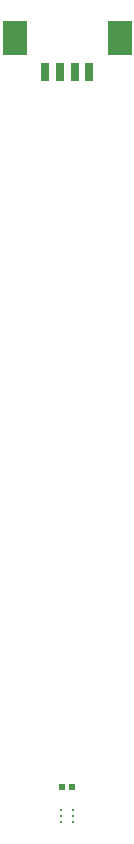
<source format=gbr>
%TF.GenerationSoftware,Altium Limited,Altium Designer,23.3.1 (30)*%
G04 Layer_Color=8421504*
%FSLAX26Y26*%
%MOIN*%
%TF.SameCoordinates,8EB50123-24BD-4293-BAC2-458A60E0733E*%
%TF.FilePolarity,Positive*%
%TF.FileFunction,Paste,Top*%
%TF.Part,Single*%
G01*
G75*
%TA.AperFunction,BGAPad,CuDef*%
%ADD10C,0.011811*%
%TA.AperFunction,ConnectorPad*%
%ADD11R,0.078740X0.118110*%
%ADD12R,0.029528X0.059055*%
%TA.AperFunction,SMDPad,CuDef*%
%ADD13R,0.018504X0.020472*%
D10*
X-19685Y19685D02*
D03*
Y0D02*
D03*
Y-19685D02*
D03*
X19685Y19685D02*
D03*
Y0D02*
D03*
Y-19685D02*
D03*
D11*
X-174213Y2594488D02*
D03*
X174213D02*
D03*
D12*
X-73819Y2480315D02*
D03*
X-24606D02*
D03*
X73819D02*
D03*
X24606D02*
D03*
D13*
X-16929Y98425D02*
D03*
X16929D02*
D03*
%TF.MD5,f1368db595cd4a66f09f9822fe903d01*%
M02*

</source>
